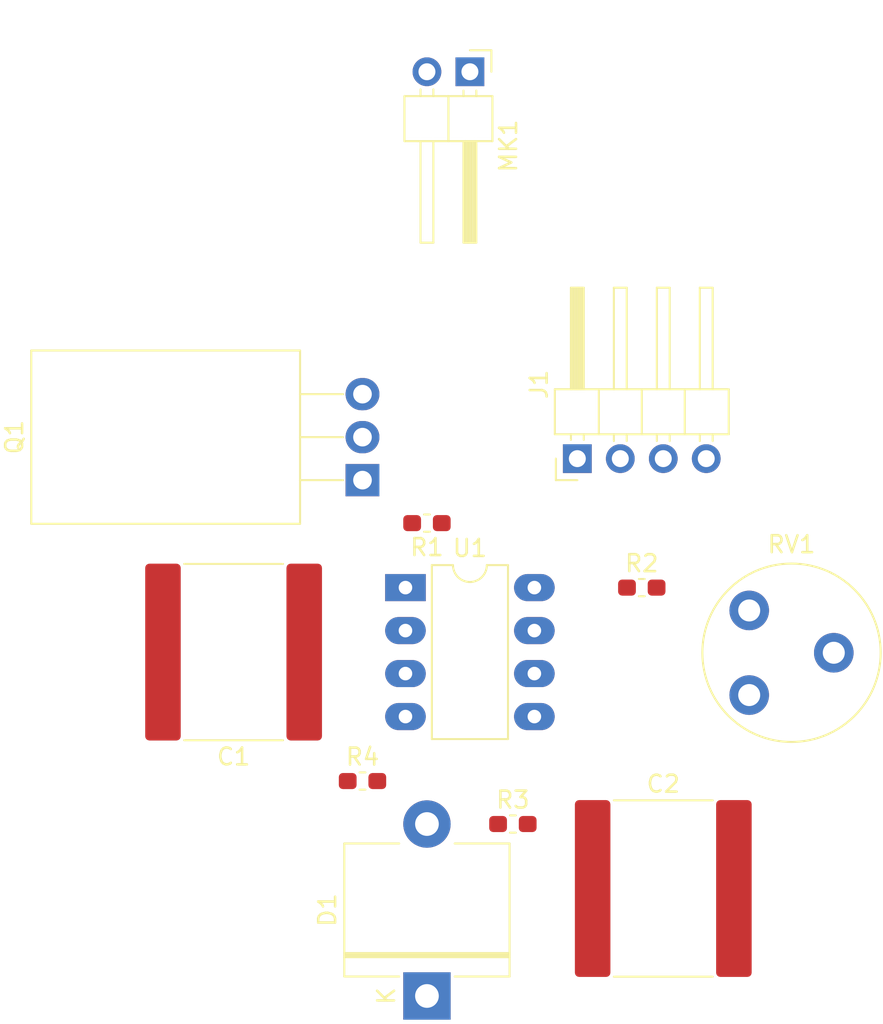
<source format=kicad_pcb>
(kicad_pcb (version 20171130) (host pcbnew 5.1.6)

  (general
    (thickness 1.6)
    (drawings 0)
    (tracks 0)
    (zones 0)
    (modules 12)
    (nets 14)
  )

  (page A4)
  (layers
    (0 F.Cu signal)
    (31 B.Cu signal)
    (32 B.Adhes user)
    (33 F.Adhes user)
    (34 B.Paste user)
    (35 F.Paste user)
    (36 B.SilkS user)
    (37 F.SilkS user)
    (38 B.Mask user)
    (39 F.Mask user)
    (40 Dwgs.User user)
    (41 Cmts.User user)
    (42 Eco1.User user)
    (43 Eco2.User user)
    (44 Edge.Cuts user)
    (45 Margin user)
    (46 B.CrtYd user)
    (47 F.CrtYd user)
    (48 B.Fab user)
    (49 F.Fab user)
  )

  (setup
    (last_trace_width 0.25)
    (trace_clearance 0.2)
    (zone_clearance 0.508)
    (zone_45_only no)
    (trace_min 0.2)
    (via_size 0.8)
    (via_drill 0.4)
    (via_min_size 0.4)
    (via_min_drill 0.3)
    (uvia_size 0.3)
    (uvia_drill 0.1)
    (uvias_allowed no)
    (uvia_min_size 0.2)
    (uvia_min_drill 0.1)
    (edge_width 0.05)
    (segment_width 0.2)
    (pcb_text_width 0.3)
    (pcb_text_size 1.5 1.5)
    (mod_edge_width 0.12)
    (mod_text_size 1 1)
    (mod_text_width 0.15)
    (pad_size 1.524 1.524)
    (pad_drill 0.762)
    (pad_to_mask_clearance 0.05)
    (aux_axis_origin 0 0)
    (visible_elements FFFFFF7F)
    (pcbplotparams
      (layerselection 0x010fc_ffffffff)
      (usegerberextensions false)
      (usegerberattributes true)
      (usegerberadvancedattributes true)
      (creategerberjobfile true)
      (excludeedgelayer true)
      (linewidth 0.100000)
      (plotframeref false)
      (viasonmask false)
      (mode 1)
      (useauxorigin false)
      (hpglpennumber 1)
      (hpglpenspeed 20)
      (hpglpendiameter 15.000000)
      (psnegative false)
      (psa4output false)
      (plotreference true)
      (plotvalue true)
      (plotinvisibletext false)
      (padsonsilk false)
      (subtractmaskfromsilk false)
      (outputformat 1)
      (mirror false)
      (drillshape 1)
      (scaleselection 1)
      (outputdirectory ""))
  )

  (net 0 "")
  (net 1 "Net-(C2-Pad2)")
  (net 2 "Net-(J1-Pad1)")
  (net 3 "Net-(C2-Pad1)")
  (net 4 "Net-(C1-Pad2)")
  (net 5 "Net-(C1-Pad1)")
  (net 6 "Net-(D1-Pad2)")
  (net 7 "Net-(J1-Pad2)")
  (net 8 "Net-(R2-Pad2)")
  (net 9 "Net-(R2-Pad1)")
  (net 10 "Net-(RV1-Pad2)")
  (net 11 "Net-(U1-Pad8)")
  (net 12 "Net-(U1-Pad5)")
  (net 13 "Net-(U1-Pad1)")

  (net_class Default "This is the default net class."
    (clearance 0.2)
    (trace_width 0.25)
    (via_dia 0.8)
    (via_drill 0.4)
    (uvia_dia 0.3)
    (uvia_drill 0.1)
    (add_net "Net-(C1-Pad1)")
    (add_net "Net-(C1-Pad2)")
    (add_net "Net-(C2-Pad1)")
    (add_net "Net-(C2-Pad2)")
    (add_net "Net-(D1-Pad2)")
    (add_net "Net-(J1-Pad1)")
    (add_net "Net-(J1-Pad2)")
    (add_net "Net-(R2-Pad1)")
    (add_net "Net-(R2-Pad2)")
    (add_net "Net-(RV1-Pad2)")
    (add_net "Net-(U1-Pad1)")
    (add_net "Net-(U1-Pad5)")
    (add_net "Net-(U1-Pad8)")
  )

  (module Package_DIP:DIP-8_W7.62mm_LongPads (layer F.Cu) (tedit 5A02E8C5) (tstamp 5F76B33A)
    (at 144.78 115.57)
    (descr "8-lead though-hole mounted DIP package, row spacing 7.62 mm (300 mils), LongPads")
    (tags "THT DIP DIL PDIP 2.54mm 7.62mm 300mil LongPads")
    (path /5F764F7D)
    (fp_text reference U1 (at 3.81 -2.33) (layer F.SilkS)
      (effects (font (size 1 1) (thickness 0.15)))
    )
    (fp_text value LM741 (at 3.81 9.95) (layer F.Fab)
      (effects (font (size 1 1) (thickness 0.15)))
    )
    (fp_text user %R (at 3.81 3.81) (layer F.Fab)
      (effects (font (size 1 1) (thickness 0.15)))
    )
    (fp_arc (start 3.81 -1.33) (end 2.81 -1.33) (angle -180) (layer F.SilkS) (width 0.12))
    (fp_line (start 1.635 -1.27) (end 6.985 -1.27) (layer F.Fab) (width 0.1))
    (fp_line (start 6.985 -1.27) (end 6.985 8.89) (layer F.Fab) (width 0.1))
    (fp_line (start 6.985 8.89) (end 0.635 8.89) (layer F.Fab) (width 0.1))
    (fp_line (start 0.635 8.89) (end 0.635 -0.27) (layer F.Fab) (width 0.1))
    (fp_line (start 0.635 -0.27) (end 1.635 -1.27) (layer F.Fab) (width 0.1))
    (fp_line (start 2.81 -1.33) (end 1.56 -1.33) (layer F.SilkS) (width 0.12))
    (fp_line (start 1.56 -1.33) (end 1.56 8.95) (layer F.SilkS) (width 0.12))
    (fp_line (start 1.56 8.95) (end 6.06 8.95) (layer F.SilkS) (width 0.12))
    (fp_line (start 6.06 8.95) (end 6.06 -1.33) (layer F.SilkS) (width 0.12))
    (fp_line (start 6.06 -1.33) (end 4.81 -1.33) (layer F.SilkS) (width 0.12))
    (fp_line (start -1.45 -1.55) (end -1.45 9.15) (layer F.CrtYd) (width 0.05))
    (fp_line (start -1.45 9.15) (end 9.1 9.15) (layer F.CrtYd) (width 0.05))
    (fp_line (start 9.1 9.15) (end 9.1 -1.55) (layer F.CrtYd) (width 0.05))
    (fp_line (start 9.1 -1.55) (end -1.45 -1.55) (layer F.CrtYd) (width 0.05))
    (pad 8 thru_hole oval (at 7.62 0) (size 2.4 1.6) (drill 0.8) (layers *.Cu *.Mask)
      (net 11 "Net-(U1-Pad8)"))
    (pad 4 thru_hole oval (at 0 7.62) (size 2.4 1.6) (drill 0.8) (layers *.Cu *.Mask)
      (net 1 "Net-(C2-Pad2)"))
    (pad 7 thru_hole oval (at 7.62 2.54) (size 2.4 1.6) (drill 0.8) (layers *.Cu *.Mask)
      (net 7 "Net-(J1-Pad2)"))
    (pad 3 thru_hole oval (at 0 5.08) (size 2.4 1.6) (drill 0.8) (layers *.Cu *.Mask)
      (net 5 "Net-(C1-Pad1)"))
    (pad 6 thru_hole oval (at 7.62 5.08) (size 2.4 1.6) (drill 0.8) (layers *.Cu *.Mask)
      (net 9 "Net-(R2-Pad1)"))
    (pad 2 thru_hole oval (at 0 2.54) (size 2.4 1.6) (drill 0.8) (layers *.Cu *.Mask)
      (net 10 "Net-(RV1-Pad2)"))
    (pad 5 thru_hole oval (at 7.62 7.62) (size 2.4 1.6) (drill 0.8) (layers *.Cu *.Mask)
      (net 12 "Net-(U1-Pad5)"))
    (pad 1 thru_hole rect (at 0 0) (size 2.4 1.6) (drill 0.8) (layers *.Cu *.Mask)
      (net 13 "Net-(U1-Pad1)"))
    (model ${KISYS3DMOD}/Package_DIP.3dshapes/DIP-8_W7.62mm.wrl
      (at (xyz 0 0 0))
      (scale (xyz 1 1 1))
      (rotate (xyz 0 0 0))
    )
  )

  (module Potentiometer_THT:Potentiometer_Piher_PT-10-V05_Vertical (layer F.Cu) (tedit 5A3D4994) (tstamp 5F76B31E)
    (at 165.1 121.92)
    (descr "Potentiometer, vertical, Piher PT-10-V05, http://www.piher-nacesa.com/pdf/12-PT10v03.pdf")
    (tags "Potentiometer vertical Piher PT-10-V05")
    (path /5F768180)
    (fp_text reference RV1 (at 2.5 -8.9) (layer F.SilkS)
      (effects (font (size 1 1) (thickness 0.15)))
    )
    (fp_text value R_POT_TRIM (at 2.5 3.9) (layer F.Fab)
      (effects (font (size 1 1) (thickness 0.15)))
    )
    (fp_text user %R (at -1.45 -2.5 90) (layer F.Fab)
      (effects (font (size 1 1) (thickness 0.15)))
    )
    (fp_circle (center 2.5 -2.5) (end 7.65 -2.5) (layer F.Fab) (width 0.1))
    (fp_circle (center 2.5 -2.5) (end 4 -2.5) (layer F.Fab) (width 0.1))
    (fp_circle (center 2.501 -2.5) (end 7.771 -2.5) (layer F.SilkS) (width 0.12))
    (fp_line (start -2.9 -7.9) (end -2.9 2.95) (layer F.CrtYd) (width 0.05))
    (fp_line (start -2.9 2.95) (end 7.9 2.95) (layer F.CrtYd) (width 0.05))
    (fp_line (start 7.9 2.95) (end 7.9 -7.9) (layer F.CrtYd) (width 0.05))
    (fp_line (start 7.9 -7.9) (end -2.9 -7.9) (layer F.CrtYd) (width 0.05))
    (pad 1 thru_hole circle (at 0 0) (size 2.34 2.34) (drill 1.3) (layers *.Cu *.Mask)
      (net 1 "Net-(C2-Pad2)"))
    (pad 2 thru_hole circle (at 5 -2.5) (size 2.34 2.34) (drill 1.3) (layers *.Cu *.Mask)
      (net 10 "Net-(RV1-Pad2)"))
    (pad 3 thru_hole circle (at 0 -5) (size 2.34 2.34) (drill 1.3) (layers *.Cu *.Mask)
      (net 8 "Net-(R2-Pad2)"))
    (model ${KISYS3DMOD}/Potentiometer_THT.3dshapes/Potentiometer_Piher_PT-10-V05_Vertical.wrl
      (at (xyz 0 0 0))
      (scale (xyz 1 1 1))
      (rotate (xyz 0 0 0))
    )
  )

  (module Resistor_SMD:R_0603_1608Metric_Pad1.05x0.95mm_HandSolder (layer F.Cu) (tedit 5B301BBD) (tstamp 5F76B30F)
    (at 142.24 127)
    (descr "Resistor SMD 0603 (1608 Metric), square (rectangular) end terminal, IPC_7351 nominal with elongated pad for handsoldering. (Body size source: http://www.tortai-tech.com/upload/download/2011102023233369053.pdf), generated with kicad-footprint-generator")
    (tags "resistor handsolder")
    (path /5F7775FF)
    (attr smd)
    (fp_text reference R4 (at 0 -1.43) (layer F.SilkS)
      (effects (font (size 1 1) (thickness 0.15)))
    )
    (fp_text value R (at 0 1.43) (layer F.Fab)
      (effects (font (size 1 1) (thickness 0.15)))
    )
    (fp_text user %R (at 0 0) (layer F.Fab)
      (effects (font (size 0.4 0.4) (thickness 0.06)))
    )
    (fp_line (start -0.8 0.4) (end -0.8 -0.4) (layer F.Fab) (width 0.1))
    (fp_line (start -0.8 -0.4) (end 0.8 -0.4) (layer F.Fab) (width 0.1))
    (fp_line (start 0.8 -0.4) (end 0.8 0.4) (layer F.Fab) (width 0.1))
    (fp_line (start 0.8 0.4) (end -0.8 0.4) (layer F.Fab) (width 0.1))
    (fp_line (start -0.171267 -0.51) (end 0.171267 -0.51) (layer F.SilkS) (width 0.12))
    (fp_line (start -0.171267 0.51) (end 0.171267 0.51) (layer F.SilkS) (width 0.12))
    (fp_line (start -1.65 0.73) (end -1.65 -0.73) (layer F.CrtYd) (width 0.05))
    (fp_line (start -1.65 -0.73) (end 1.65 -0.73) (layer F.CrtYd) (width 0.05))
    (fp_line (start 1.65 -0.73) (end 1.65 0.73) (layer F.CrtYd) (width 0.05))
    (fp_line (start 1.65 0.73) (end -1.65 0.73) (layer F.CrtYd) (width 0.05))
    (pad 2 smd roundrect (at 0.875 0) (size 1.05 0.95) (layers F.Cu F.Paste F.Mask) (roundrect_rratio 0.25)
      (net 1 "Net-(C2-Pad2)"))
    (pad 1 smd roundrect (at -0.875 0) (size 1.05 0.95) (layers F.Cu F.Paste F.Mask) (roundrect_rratio 0.25)
      (net 3 "Net-(C2-Pad1)"))
    (model ${KISYS3DMOD}/Resistor_SMD.3dshapes/R_0603_1608Metric.wrl
      (at (xyz 0 0 0))
      (scale (xyz 1 1 1))
      (rotate (xyz 0 0 0))
    )
  )

  (module Resistor_SMD:R_0603_1608Metric_Pad1.05x0.95mm_HandSolder (layer F.Cu) (tedit 5B301BBD) (tstamp 5F76B2FE)
    (at 151.13 129.54)
    (descr "Resistor SMD 0603 (1608 Metric), square (rectangular) end terminal, IPC_7351 nominal with elongated pad for handsoldering. (Body size source: http://www.tortai-tech.com/upload/download/2011102023233369053.pdf), generated with kicad-footprint-generator")
    (tags "resistor handsolder")
    (path /5F76A741)
    (attr smd)
    (fp_text reference R3 (at 0 -1.43) (layer F.SilkS)
      (effects (font (size 1 1) (thickness 0.15)))
    )
    (fp_text value R (at 0 1.43) (layer F.Fab)
      (effects (font (size 1 1) (thickness 0.15)))
    )
    (fp_text user %R (at 0 0) (layer F.Fab)
      (effects (font (size 0.4 0.4) (thickness 0.06)))
    )
    (fp_line (start -0.8 0.4) (end -0.8 -0.4) (layer F.Fab) (width 0.1))
    (fp_line (start -0.8 -0.4) (end 0.8 -0.4) (layer F.Fab) (width 0.1))
    (fp_line (start 0.8 -0.4) (end 0.8 0.4) (layer F.Fab) (width 0.1))
    (fp_line (start 0.8 0.4) (end -0.8 0.4) (layer F.Fab) (width 0.1))
    (fp_line (start -0.171267 -0.51) (end 0.171267 -0.51) (layer F.SilkS) (width 0.12))
    (fp_line (start -0.171267 0.51) (end 0.171267 0.51) (layer F.SilkS) (width 0.12))
    (fp_line (start -1.65 0.73) (end -1.65 -0.73) (layer F.CrtYd) (width 0.05))
    (fp_line (start -1.65 -0.73) (end 1.65 -0.73) (layer F.CrtYd) (width 0.05))
    (fp_line (start 1.65 -0.73) (end 1.65 0.73) (layer F.CrtYd) (width 0.05))
    (fp_line (start 1.65 0.73) (end -1.65 0.73) (layer F.CrtYd) (width 0.05))
    (pad 2 smd roundrect (at 0.875 0) (size 1.05 0.95) (layers F.Cu F.Paste F.Mask) (roundrect_rratio 0.25)
      (net 9 "Net-(R2-Pad1)"))
    (pad 1 smd roundrect (at -0.875 0) (size 1.05 0.95) (layers F.Cu F.Paste F.Mask) (roundrect_rratio 0.25)
      (net 6 "Net-(D1-Pad2)"))
    (model ${KISYS3DMOD}/Resistor_SMD.3dshapes/R_0603_1608Metric.wrl
      (at (xyz 0 0 0))
      (scale (xyz 1 1 1))
      (rotate (xyz 0 0 0))
    )
  )

  (module Resistor_SMD:R_0603_1608Metric_Pad1.05x0.95mm_HandSolder (layer F.Cu) (tedit 5B301BBD) (tstamp 5F76B2ED)
    (at 158.75 115.57)
    (descr "Resistor SMD 0603 (1608 Metric), square (rectangular) end terminal, IPC_7351 nominal with elongated pad for handsoldering. (Body size source: http://www.tortai-tech.com/upload/download/2011102023233369053.pdf), generated with kicad-footprint-generator")
    (tags "resistor handsolder")
    (path /5F769056)
    (attr smd)
    (fp_text reference R2 (at 0 -1.43) (layer F.SilkS)
      (effects (font (size 1 1) (thickness 0.15)))
    )
    (fp_text value R (at 0 1.43) (layer F.Fab)
      (effects (font (size 1 1) (thickness 0.15)))
    )
    (fp_text user %R (at 0 0) (layer F.Fab)
      (effects (font (size 0.4 0.4) (thickness 0.06)))
    )
    (fp_line (start -0.8 0.4) (end -0.8 -0.4) (layer F.Fab) (width 0.1))
    (fp_line (start -0.8 -0.4) (end 0.8 -0.4) (layer F.Fab) (width 0.1))
    (fp_line (start 0.8 -0.4) (end 0.8 0.4) (layer F.Fab) (width 0.1))
    (fp_line (start 0.8 0.4) (end -0.8 0.4) (layer F.Fab) (width 0.1))
    (fp_line (start -0.171267 -0.51) (end 0.171267 -0.51) (layer F.SilkS) (width 0.12))
    (fp_line (start -0.171267 0.51) (end 0.171267 0.51) (layer F.SilkS) (width 0.12))
    (fp_line (start -1.65 0.73) (end -1.65 -0.73) (layer F.CrtYd) (width 0.05))
    (fp_line (start -1.65 -0.73) (end 1.65 -0.73) (layer F.CrtYd) (width 0.05))
    (fp_line (start 1.65 -0.73) (end 1.65 0.73) (layer F.CrtYd) (width 0.05))
    (fp_line (start 1.65 0.73) (end -1.65 0.73) (layer F.CrtYd) (width 0.05))
    (pad 2 smd roundrect (at 0.875 0) (size 1.05 0.95) (layers F.Cu F.Paste F.Mask) (roundrect_rratio 0.25)
      (net 8 "Net-(R2-Pad2)"))
    (pad 1 smd roundrect (at -0.875 0) (size 1.05 0.95) (layers F.Cu F.Paste F.Mask) (roundrect_rratio 0.25)
      (net 9 "Net-(R2-Pad1)"))
    (model ${KISYS3DMOD}/Resistor_SMD.3dshapes/R_0603_1608Metric.wrl
      (at (xyz 0 0 0))
      (scale (xyz 1 1 1))
      (rotate (xyz 0 0 0))
    )
  )

  (module Resistor_SMD:R_0603_1608Metric_Pad1.05x0.95mm_HandSolder (layer F.Cu) (tedit 5B301BBD) (tstamp 5F76B2DC)
    (at 146.05 111.76 180)
    (descr "Resistor SMD 0603 (1608 Metric), square (rectangular) end terminal, IPC_7351 nominal with elongated pad for handsoldering. (Body size source: http://www.tortai-tech.com/upload/download/2011102023233369053.pdf), generated with kicad-footprint-generator")
    (tags "resistor handsolder")
    (path /5F76EA09)
    (attr smd)
    (fp_text reference R1 (at 0 -1.43) (layer F.SilkS)
      (effects (font (size 1 1) (thickness 0.15)))
    )
    (fp_text value R (at 0 1.43) (layer F.Fab)
      (effects (font (size 1 1) (thickness 0.15)))
    )
    (fp_text user %R (at 0 0) (layer F.Fab)
      (effects (font (size 0.4 0.4) (thickness 0.06)))
    )
    (fp_line (start -0.8 0.4) (end -0.8 -0.4) (layer F.Fab) (width 0.1))
    (fp_line (start -0.8 -0.4) (end 0.8 -0.4) (layer F.Fab) (width 0.1))
    (fp_line (start 0.8 -0.4) (end 0.8 0.4) (layer F.Fab) (width 0.1))
    (fp_line (start 0.8 0.4) (end -0.8 0.4) (layer F.Fab) (width 0.1))
    (fp_line (start -0.171267 -0.51) (end 0.171267 -0.51) (layer F.SilkS) (width 0.12))
    (fp_line (start -0.171267 0.51) (end 0.171267 0.51) (layer F.SilkS) (width 0.12))
    (fp_line (start -1.65 0.73) (end -1.65 -0.73) (layer F.CrtYd) (width 0.05))
    (fp_line (start -1.65 -0.73) (end 1.65 -0.73) (layer F.CrtYd) (width 0.05))
    (fp_line (start 1.65 -0.73) (end 1.65 0.73) (layer F.CrtYd) (width 0.05))
    (fp_line (start 1.65 0.73) (end -1.65 0.73) (layer F.CrtYd) (width 0.05))
    (pad 2 smd roundrect (at 0.875 0 180) (size 1.05 0.95) (layers F.Cu F.Paste F.Mask) (roundrect_rratio 0.25)
      (net 4 "Net-(C1-Pad2)"))
    (pad 1 smd roundrect (at -0.875 0 180) (size 1.05 0.95) (layers F.Cu F.Paste F.Mask) (roundrect_rratio 0.25)
      (net 7 "Net-(J1-Pad2)"))
    (model ${KISYS3DMOD}/Resistor_SMD.3dshapes/R_0603_1608Metric.wrl
      (at (xyz 0 0 0))
      (scale (xyz 1 1 1))
      (rotate (xyz 0 0 0))
    )
  )

  (module Package_TO_SOT_THT:TO-220-3_Horizontal_TabDown (layer F.Cu) (tedit 5AC8BA0D) (tstamp 5F76AF62)
    (at 142.24 109.22 90)
    (descr "TO-220-3, Horizontal, RM 2.54mm, see https://www.vishay.com/docs/66542/to-220-1.pdf")
    (tags "TO-220-3 Horizontal RM 2.54mm")
    (path /5F7782A9)
    (fp_text reference Q1 (at 2.54 -20.58 90) (layer F.SilkS)
      (effects (font (size 1 1) (thickness 0.15)))
    )
    (fp_text value IRLZ44N (at 2.54 2 90) (layer F.Fab)
      (effects (font (size 1 1) (thickness 0.15)))
    )
    (fp_text user %R (at 2.54 -20.58 90) (layer F.Fab)
      (effects (font (size 1 1) (thickness 0.15)))
    )
    (fp_circle (center 2.54 -16.66) (end 4.39 -16.66) (layer F.Fab) (width 0.1))
    (fp_line (start -2.46 -13.06) (end -2.46 -19.46) (layer F.Fab) (width 0.1))
    (fp_line (start -2.46 -19.46) (end 7.54 -19.46) (layer F.Fab) (width 0.1))
    (fp_line (start 7.54 -19.46) (end 7.54 -13.06) (layer F.Fab) (width 0.1))
    (fp_line (start 7.54 -13.06) (end -2.46 -13.06) (layer F.Fab) (width 0.1))
    (fp_line (start -2.46 -3.81) (end -2.46 -13.06) (layer F.Fab) (width 0.1))
    (fp_line (start -2.46 -13.06) (end 7.54 -13.06) (layer F.Fab) (width 0.1))
    (fp_line (start 7.54 -13.06) (end 7.54 -3.81) (layer F.Fab) (width 0.1))
    (fp_line (start 7.54 -3.81) (end -2.46 -3.81) (layer F.Fab) (width 0.1))
    (fp_line (start 0 -3.81) (end 0 0) (layer F.Fab) (width 0.1))
    (fp_line (start 2.54 -3.81) (end 2.54 0) (layer F.Fab) (width 0.1))
    (fp_line (start 5.08 -3.81) (end 5.08 0) (layer F.Fab) (width 0.1))
    (fp_line (start -2.58 -3.69) (end 7.66 -3.69) (layer F.SilkS) (width 0.12))
    (fp_line (start -2.58 -19.58) (end 7.66 -19.58) (layer F.SilkS) (width 0.12))
    (fp_line (start -2.58 -19.58) (end -2.58 -3.69) (layer F.SilkS) (width 0.12))
    (fp_line (start 7.66 -19.58) (end 7.66 -3.69) (layer F.SilkS) (width 0.12))
    (fp_line (start 0 -3.69) (end 0 -1.15) (layer F.SilkS) (width 0.12))
    (fp_line (start 2.54 -3.69) (end 2.54 -1.15) (layer F.SilkS) (width 0.12))
    (fp_line (start 5.08 -3.69) (end 5.08 -1.15) (layer F.SilkS) (width 0.12))
    (fp_line (start -2.71 -19.71) (end -2.71 1.25) (layer F.CrtYd) (width 0.05))
    (fp_line (start -2.71 1.25) (end 7.79 1.25) (layer F.CrtYd) (width 0.05))
    (fp_line (start 7.79 1.25) (end 7.79 -19.71) (layer F.CrtYd) (width 0.05))
    (fp_line (start 7.79 -19.71) (end -2.71 -19.71) (layer F.CrtYd) (width 0.05))
    (pad 3 thru_hole oval (at 5.08 0 90) (size 1.905 2) (drill 1.1) (layers *.Cu *.Mask)
      (net 1 "Net-(C2-Pad2)"))
    (pad 2 thru_hole oval (at 2.54 0 90) (size 1.905 2) (drill 1.1) (layers *.Cu *.Mask)
      (net 2 "Net-(J1-Pad1)"))
    (pad 1 thru_hole rect (at 0 0 90) (size 1.905 2) (drill 1.1) (layers *.Cu *.Mask)
      (net 3 "Net-(C2-Pad1)"))
    (pad "" np_thru_hole oval (at 2.54 -16.66 90) (size 3.5 3.5) (drill 3.5) (layers *.Cu *.Mask))
    (model ${KISYS3DMOD}/Package_TO_SOT_THT.3dshapes/TO-220-3_Horizontal_TabDown.wrl
      (at (xyz 0 0 0))
      (scale (xyz 1 1 1))
      (rotate (xyz 0 0 0))
    )
  )

  (module Connector_PinHeader_2.54mm:PinHeader_1x02_P2.54mm_Horizontal (layer F.Cu) (tedit 59FED5CB) (tstamp 5F76B2AC)
    (at 148.59 85.09 270)
    (descr "Through hole angled pin header, 1x02, 2.54mm pitch, 6mm pin length, single row")
    (tags "Through hole angled pin header THT 1x02 2.54mm single row")
    (path /5F766AD4)
    (fp_text reference MK1 (at 4.385 -2.27 90) (layer F.SilkS)
      (effects (font (size 1 1) (thickness 0.15)))
    )
    (fp_text value Microphone_Condenser (at 4.385 4.81 90) (layer F.Fab)
      (effects (font (size 1 1) (thickness 0.15)))
    )
    (fp_text user %R (at 2.77 1.27) (layer F.Fab)
      (effects (font (size 1 1) (thickness 0.15)))
    )
    (fp_line (start 2.135 -1.27) (end 4.04 -1.27) (layer F.Fab) (width 0.1))
    (fp_line (start 4.04 -1.27) (end 4.04 3.81) (layer F.Fab) (width 0.1))
    (fp_line (start 4.04 3.81) (end 1.5 3.81) (layer F.Fab) (width 0.1))
    (fp_line (start 1.5 3.81) (end 1.5 -0.635) (layer F.Fab) (width 0.1))
    (fp_line (start 1.5 -0.635) (end 2.135 -1.27) (layer F.Fab) (width 0.1))
    (fp_line (start -0.32 -0.32) (end 1.5 -0.32) (layer F.Fab) (width 0.1))
    (fp_line (start -0.32 -0.32) (end -0.32 0.32) (layer F.Fab) (width 0.1))
    (fp_line (start -0.32 0.32) (end 1.5 0.32) (layer F.Fab) (width 0.1))
    (fp_line (start 4.04 -0.32) (end 10.04 -0.32) (layer F.Fab) (width 0.1))
    (fp_line (start 10.04 -0.32) (end 10.04 0.32) (layer F.Fab) (width 0.1))
    (fp_line (start 4.04 0.32) (end 10.04 0.32) (layer F.Fab) (width 0.1))
    (fp_line (start -0.32 2.22) (end 1.5 2.22) (layer F.Fab) (width 0.1))
    (fp_line (start -0.32 2.22) (end -0.32 2.86) (layer F.Fab) (width 0.1))
    (fp_line (start -0.32 2.86) (end 1.5 2.86) (layer F.Fab) (width 0.1))
    (fp_line (start 4.04 2.22) (end 10.04 2.22) (layer F.Fab) (width 0.1))
    (fp_line (start 10.04 2.22) (end 10.04 2.86) (layer F.Fab) (width 0.1))
    (fp_line (start 4.04 2.86) (end 10.04 2.86) (layer F.Fab) (width 0.1))
    (fp_line (start 1.44 -1.33) (end 1.44 3.87) (layer F.SilkS) (width 0.12))
    (fp_line (start 1.44 3.87) (end 4.1 3.87) (layer F.SilkS) (width 0.12))
    (fp_line (start 4.1 3.87) (end 4.1 -1.33) (layer F.SilkS) (width 0.12))
    (fp_line (start 4.1 -1.33) (end 1.44 -1.33) (layer F.SilkS) (width 0.12))
    (fp_line (start 4.1 -0.38) (end 10.1 -0.38) (layer F.SilkS) (width 0.12))
    (fp_line (start 10.1 -0.38) (end 10.1 0.38) (layer F.SilkS) (width 0.12))
    (fp_line (start 10.1 0.38) (end 4.1 0.38) (layer F.SilkS) (width 0.12))
    (fp_line (start 4.1 -0.32) (end 10.1 -0.32) (layer F.SilkS) (width 0.12))
    (fp_line (start 4.1 -0.2) (end 10.1 -0.2) (layer F.SilkS) (width 0.12))
    (fp_line (start 4.1 -0.08) (end 10.1 -0.08) (layer F.SilkS) (width 0.12))
    (fp_line (start 4.1 0.04) (end 10.1 0.04) (layer F.SilkS) (width 0.12))
    (fp_line (start 4.1 0.16) (end 10.1 0.16) (layer F.SilkS) (width 0.12))
    (fp_line (start 4.1 0.28) (end 10.1 0.28) (layer F.SilkS) (width 0.12))
    (fp_line (start 1.11 -0.38) (end 1.44 -0.38) (layer F.SilkS) (width 0.12))
    (fp_line (start 1.11 0.38) (end 1.44 0.38) (layer F.SilkS) (width 0.12))
    (fp_line (start 1.44 1.27) (end 4.1 1.27) (layer F.SilkS) (width 0.12))
    (fp_line (start 4.1 2.16) (end 10.1 2.16) (layer F.SilkS) (width 0.12))
    (fp_line (start 10.1 2.16) (end 10.1 2.92) (layer F.SilkS) (width 0.12))
    (fp_line (start 10.1 2.92) (end 4.1 2.92) (layer F.SilkS) (width 0.12))
    (fp_line (start 1.042929 2.16) (end 1.44 2.16) (layer F.SilkS) (width 0.12))
    (fp_line (start 1.042929 2.92) (end 1.44 2.92) (layer F.SilkS) (width 0.12))
    (fp_line (start -1.27 0) (end -1.27 -1.27) (layer F.SilkS) (width 0.12))
    (fp_line (start -1.27 -1.27) (end 0 -1.27) (layer F.SilkS) (width 0.12))
    (fp_line (start -1.8 -1.8) (end -1.8 4.35) (layer F.CrtYd) (width 0.05))
    (fp_line (start -1.8 4.35) (end 10.55 4.35) (layer F.CrtYd) (width 0.05))
    (fp_line (start 10.55 4.35) (end 10.55 -1.8) (layer F.CrtYd) (width 0.05))
    (fp_line (start 10.55 -1.8) (end -1.8 -1.8) (layer F.CrtYd) (width 0.05))
    (pad 2 thru_hole oval (at 0 2.54 270) (size 1.7 1.7) (drill 1) (layers *.Cu *.Mask)
      (net 4 "Net-(C1-Pad2)"))
    (pad 1 thru_hole rect (at 0 0 270) (size 1.7 1.7) (drill 1) (layers *.Cu *.Mask)
      (net 1 "Net-(C2-Pad2)"))
    (model ${KISYS3DMOD}/Connector_PinHeader_2.54mm.3dshapes/PinHeader_1x02_P2.54mm_Horizontal.wrl
      (at (xyz 0 0 0))
      (scale (xyz 1 1 1))
      (rotate (xyz 0 0 0))
    )
  )

  (module Connector_PinHeader_2.54mm:PinHeader_1x04_P2.54mm_Horizontal (layer F.Cu) (tedit 59FED5CB) (tstamp 5F76B279)
    (at 154.94 107.95 90)
    (descr "Through hole angled pin header, 1x04, 2.54mm pitch, 6mm pin length, single row")
    (tags "Through hole angled pin header THT 1x04 2.54mm single row")
    (path /5F779848)
    (fp_text reference J1 (at 4.385 -2.27 90) (layer F.SilkS)
      (effects (font (size 1 1) (thickness 0.15)))
    )
    (fp_text value Conn_01x04_Male (at 4.385 9.89 90) (layer F.Fab)
      (effects (font (size 1 1) (thickness 0.15)))
    )
    (fp_text user %R (at 2.77 3.81) (layer F.Fab)
      (effects (font (size 1 1) (thickness 0.15)))
    )
    (fp_line (start 2.135 -1.27) (end 4.04 -1.27) (layer F.Fab) (width 0.1))
    (fp_line (start 4.04 -1.27) (end 4.04 8.89) (layer F.Fab) (width 0.1))
    (fp_line (start 4.04 8.89) (end 1.5 8.89) (layer F.Fab) (width 0.1))
    (fp_line (start 1.5 8.89) (end 1.5 -0.635) (layer F.Fab) (width 0.1))
    (fp_line (start 1.5 -0.635) (end 2.135 -1.27) (layer F.Fab) (width 0.1))
    (fp_line (start -0.32 -0.32) (end 1.5 -0.32) (layer F.Fab) (width 0.1))
    (fp_line (start -0.32 -0.32) (end -0.32 0.32) (layer F.Fab) (width 0.1))
    (fp_line (start -0.32 0.32) (end 1.5 0.32) (layer F.Fab) (width 0.1))
    (fp_line (start 4.04 -0.32) (end 10.04 -0.32) (layer F.Fab) (width 0.1))
    (fp_line (start 10.04 -0.32) (end 10.04 0.32) (layer F.Fab) (width 0.1))
    (fp_line (start 4.04 0.32) (end 10.04 0.32) (layer F.Fab) (width 0.1))
    (fp_line (start -0.32 2.22) (end 1.5 2.22) (layer F.Fab) (width 0.1))
    (fp_line (start -0.32 2.22) (end -0.32 2.86) (layer F.Fab) (width 0.1))
    (fp_line (start -0.32 2.86) (end 1.5 2.86) (layer F.Fab) (width 0.1))
    (fp_line (start 4.04 2.22) (end 10.04 2.22) (layer F.Fab) (width 0.1))
    (fp_line (start 10.04 2.22) (end 10.04 2.86) (layer F.Fab) (width 0.1))
    (fp_line (start 4.04 2.86) (end 10.04 2.86) (layer F.Fab) (width 0.1))
    (fp_line (start -0.32 4.76) (end 1.5 4.76) (layer F.Fab) (width 0.1))
    (fp_line (start -0.32 4.76) (end -0.32 5.4) (layer F.Fab) (width 0.1))
    (fp_line (start -0.32 5.4) (end 1.5 5.4) (layer F.Fab) (width 0.1))
    (fp_line (start 4.04 4.76) (end 10.04 4.76) (layer F.Fab) (width 0.1))
    (fp_line (start 10.04 4.76) (end 10.04 5.4) (layer F.Fab) (width 0.1))
    (fp_line (start 4.04 5.4) (end 10.04 5.4) (layer F.Fab) (width 0.1))
    (fp_line (start -0.32 7.3) (end 1.5 7.3) (layer F.Fab) (width 0.1))
    (fp_line (start -0.32 7.3) (end -0.32 7.94) (layer F.Fab) (width 0.1))
    (fp_line (start -0.32 7.94) (end 1.5 7.94) (layer F.Fab) (width 0.1))
    (fp_line (start 4.04 7.3) (end 10.04 7.3) (layer F.Fab) (width 0.1))
    (fp_line (start 10.04 7.3) (end 10.04 7.94) (layer F.Fab) (width 0.1))
    (fp_line (start 4.04 7.94) (end 10.04 7.94) (layer F.Fab) (width 0.1))
    (fp_line (start 1.44 -1.33) (end 1.44 8.95) (layer F.SilkS) (width 0.12))
    (fp_line (start 1.44 8.95) (end 4.1 8.95) (layer F.SilkS) (width 0.12))
    (fp_line (start 4.1 8.95) (end 4.1 -1.33) (layer F.SilkS) (width 0.12))
    (fp_line (start 4.1 -1.33) (end 1.44 -1.33) (layer F.SilkS) (width 0.12))
    (fp_line (start 4.1 -0.38) (end 10.1 -0.38) (layer F.SilkS) (width 0.12))
    (fp_line (start 10.1 -0.38) (end 10.1 0.38) (layer F.SilkS) (width 0.12))
    (fp_line (start 10.1 0.38) (end 4.1 0.38) (layer F.SilkS) (width 0.12))
    (fp_line (start 4.1 -0.32) (end 10.1 -0.32) (layer F.SilkS) (width 0.12))
    (fp_line (start 4.1 -0.2) (end 10.1 -0.2) (layer F.SilkS) (width 0.12))
    (fp_line (start 4.1 -0.08) (end 10.1 -0.08) (layer F.SilkS) (width 0.12))
    (fp_line (start 4.1 0.04) (end 10.1 0.04) (layer F.SilkS) (width 0.12))
    (fp_line (start 4.1 0.16) (end 10.1 0.16) (layer F.SilkS) (width 0.12))
    (fp_line (start 4.1 0.28) (end 10.1 0.28) (layer F.SilkS) (width 0.12))
    (fp_line (start 1.11 -0.38) (end 1.44 -0.38) (layer F.SilkS) (width 0.12))
    (fp_line (start 1.11 0.38) (end 1.44 0.38) (layer F.SilkS) (width 0.12))
    (fp_line (start 1.44 1.27) (end 4.1 1.27) (layer F.SilkS) (width 0.12))
    (fp_line (start 4.1 2.16) (end 10.1 2.16) (layer F.SilkS) (width 0.12))
    (fp_line (start 10.1 2.16) (end 10.1 2.92) (layer F.SilkS) (width 0.12))
    (fp_line (start 10.1 2.92) (end 4.1 2.92) (layer F.SilkS) (width 0.12))
    (fp_line (start 1.042929 2.16) (end 1.44 2.16) (layer F.SilkS) (width 0.12))
    (fp_line (start 1.042929 2.92) (end 1.44 2.92) (layer F.SilkS) (width 0.12))
    (fp_line (start 1.44 3.81) (end 4.1 3.81) (layer F.SilkS) (width 0.12))
    (fp_line (start 4.1 4.7) (end 10.1 4.7) (layer F.SilkS) (width 0.12))
    (fp_line (start 10.1 4.7) (end 10.1 5.46) (layer F.SilkS) (width 0.12))
    (fp_line (start 10.1 5.46) (end 4.1 5.46) (layer F.SilkS) (width 0.12))
    (fp_line (start 1.042929 4.7) (end 1.44 4.7) (layer F.SilkS) (width 0.12))
    (fp_line (start 1.042929 5.46) (end 1.44 5.46) (layer F.SilkS) (width 0.12))
    (fp_line (start 1.44 6.35) (end 4.1 6.35) (layer F.SilkS) (width 0.12))
    (fp_line (start 4.1 7.24) (end 10.1 7.24) (layer F.SilkS) (width 0.12))
    (fp_line (start 10.1 7.24) (end 10.1 8) (layer F.SilkS) (width 0.12))
    (fp_line (start 10.1 8) (end 4.1 8) (layer F.SilkS) (width 0.12))
    (fp_line (start 1.042929 7.24) (end 1.44 7.24) (layer F.SilkS) (width 0.12))
    (fp_line (start 1.042929 8) (end 1.44 8) (layer F.SilkS) (width 0.12))
    (fp_line (start -1.27 0) (end -1.27 -1.27) (layer F.SilkS) (width 0.12))
    (fp_line (start -1.27 -1.27) (end 0 -1.27) (layer F.SilkS) (width 0.12))
    (fp_line (start -1.8 -1.8) (end -1.8 9.4) (layer F.CrtYd) (width 0.05))
    (fp_line (start -1.8 9.4) (end 10.55 9.4) (layer F.CrtYd) (width 0.05))
    (fp_line (start 10.55 9.4) (end 10.55 -1.8) (layer F.CrtYd) (width 0.05))
    (fp_line (start 10.55 -1.8) (end -1.8 -1.8) (layer F.CrtYd) (width 0.05))
    (pad 4 thru_hole oval (at 0 7.62 90) (size 1.7 1.7) (drill 1) (layers *.Cu *.Mask)
      (net 7 "Net-(J1-Pad2)"))
    (pad 3 thru_hole oval (at 0 5.08 90) (size 1.7 1.7) (drill 1) (layers *.Cu *.Mask)
      (net 1 "Net-(C2-Pad2)"))
    (pad 2 thru_hole oval (at 0 2.54 90) (size 1.7 1.7) (drill 1) (layers *.Cu *.Mask)
      (net 7 "Net-(J1-Pad2)"))
    (pad 1 thru_hole rect (at 0 0 90) (size 1.7 1.7) (drill 1) (layers *.Cu *.Mask)
      (net 2 "Net-(J1-Pad1)"))
    (model ${KISYS3DMOD}/Connector_PinHeader_2.54mm.3dshapes/PinHeader_1x04_P2.54mm_Horizontal.wrl
      (at (xyz 0 0 0))
      (scale (xyz 1 1 1))
      (rotate (xyz 0 0 0))
    )
  )

  (module Diode_THT:D_5KP_P10.16mm_Horizontal (layer F.Cu) (tedit 5AE50CD5) (tstamp 5F76B22C)
    (at 146.05 139.7 90)
    (descr "Diode, 5KP series, Axial, Horizontal, pin pitch=10.16mm, , length*diameter=7.62*9.53mm^2, , http://www.diodes.com/_files/packages/8686949.gif")
    (tags "Diode 5KP series Axial Horizontal pin pitch 10.16mm  length 7.62mm diameter 9.53mm")
    (path /5F76BB1C)
    (fp_text reference D1 (at 5.08 -5.885 90) (layer F.SilkS)
      (effects (font (size 1 1) (thickness 0.15)))
    )
    (fp_text value D (at 5.08 5.885 90) (layer F.Fab)
      (effects (font (size 1 1) (thickness 0.15)))
    )
    (fp_text user K (at 0 -2.4 90) (layer F.SilkS)
      (effects (font (size 1 1) (thickness 0.15)))
    )
    (fp_text user K (at 0 -2.4 90) (layer F.Fab)
      (effects (font (size 1 1) (thickness 0.15)))
    )
    (fp_text user %R (at 5.6515 0 90) (layer F.Fab)
      (effects (font (size 1 1) (thickness 0.15)))
    )
    (fp_line (start 1.27 -4.765) (end 1.27 4.765) (layer F.Fab) (width 0.1))
    (fp_line (start 1.27 4.765) (end 8.89 4.765) (layer F.Fab) (width 0.1))
    (fp_line (start 8.89 4.765) (end 8.89 -4.765) (layer F.Fab) (width 0.1))
    (fp_line (start 8.89 -4.765) (end 1.27 -4.765) (layer F.Fab) (width 0.1))
    (fp_line (start 0 0) (end 1.27 0) (layer F.Fab) (width 0.1))
    (fp_line (start 10.16 0) (end 8.89 0) (layer F.Fab) (width 0.1))
    (fp_line (start 2.413 -4.765) (end 2.413 4.765) (layer F.Fab) (width 0.1))
    (fp_line (start 2.513 -4.765) (end 2.513 4.765) (layer F.Fab) (width 0.1))
    (fp_line (start 2.313 -4.765) (end 2.313 4.765) (layer F.Fab) (width 0.1))
    (fp_line (start 1.15 -1.64) (end 1.15 -4.885) (layer F.SilkS) (width 0.12))
    (fp_line (start 1.15 -4.885) (end 9.01 -4.885) (layer F.SilkS) (width 0.12))
    (fp_line (start 9.01 -4.885) (end 9.01 -1.64) (layer F.SilkS) (width 0.12))
    (fp_line (start 1.15 1.64) (end 1.15 4.885) (layer F.SilkS) (width 0.12))
    (fp_line (start 1.15 4.885) (end 9.01 4.885) (layer F.SilkS) (width 0.12))
    (fp_line (start 9.01 4.885) (end 9.01 1.64) (layer F.SilkS) (width 0.12))
    (fp_line (start 2.413 -4.885) (end 2.413 4.885) (layer F.SilkS) (width 0.12))
    (fp_line (start 2.533 -4.885) (end 2.533 4.885) (layer F.SilkS) (width 0.12))
    (fp_line (start 2.293 -4.885) (end 2.293 4.885) (layer F.SilkS) (width 0.12))
    (fp_line (start -1.65 -5.02) (end -1.65 5.02) (layer F.CrtYd) (width 0.05))
    (fp_line (start -1.65 5.02) (end 11.81 5.02) (layer F.CrtYd) (width 0.05))
    (fp_line (start 11.81 5.02) (end 11.81 -5.02) (layer F.CrtYd) (width 0.05))
    (fp_line (start 11.81 -5.02) (end -1.65 -5.02) (layer F.CrtYd) (width 0.05))
    (pad 2 thru_hole oval (at 10.16 0 90) (size 2.8 2.8) (drill 1.4) (layers *.Cu *.Mask)
      (net 6 "Net-(D1-Pad2)"))
    (pad 1 thru_hole rect (at 0 0 90) (size 2.8 2.8) (drill 1.4) (layers *.Cu *.Mask)
      (net 3 "Net-(C2-Pad1)"))
    (model ${KISYS3DMOD}/Diode_THT.3dshapes/D_5KP_P10.16mm_Horizontal.wrl
      (at (xyz 0 0 0))
      (scale (xyz 1 1 1))
      (rotate (xyz 0 0 0))
    )
  )

  (module Capacitor_SMD:C_3640_9110Metric_Pad2.10x10.45mm_HandSolder (layer F.Cu) (tedit 5B301BBE) (tstamp 5F76B20D)
    (at 160.02 133.35)
    (descr "Capacitor SMD 3640 (9110 Metric), square (rectangular) end terminal, IPC_7351 nominal with elongated pad for handsoldering. (Body size from: http://datasheets.avx.com/AVX-HV_MLCC.pdf), generated with kicad-footprint-generator")
    (tags "capacitor handsolder")
    (path /5F7707E2)
    (attr smd)
    (fp_text reference C2 (at 0 -6.18) (layer F.SilkS)
      (effects (font (size 1 1) (thickness 0.15)))
    )
    (fp_text value C (at 0 6.18) (layer F.Fab)
      (effects (font (size 1 1) (thickness 0.15)))
    )
    (fp_text user %R (at 0 0) (layer F.Fab)
      (effects (font (size 1 1) (thickness 0.15)))
    )
    (fp_line (start -4.57 5.1) (end -4.57 -5.1) (layer F.Fab) (width 0.1))
    (fp_line (start -4.57 -5.1) (end 4.57 -5.1) (layer F.Fab) (width 0.1))
    (fp_line (start 4.57 -5.1) (end 4.57 5.1) (layer F.Fab) (width 0.1))
    (fp_line (start 4.57 5.1) (end -4.57 5.1) (layer F.Fab) (width 0.1))
    (fp_line (start -2.922369 -5.21) (end 2.922369 -5.21) (layer F.SilkS) (width 0.12))
    (fp_line (start -2.922369 5.21) (end 2.922369 5.21) (layer F.SilkS) (width 0.12))
    (fp_line (start -5.48 5.48) (end -5.48 -5.48) (layer F.CrtYd) (width 0.05))
    (fp_line (start -5.48 -5.48) (end 5.48 -5.48) (layer F.CrtYd) (width 0.05))
    (fp_line (start 5.48 -5.48) (end 5.48 5.48) (layer F.CrtYd) (width 0.05))
    (fp_line (start 5.48 5.48) (end -5.48 5.48) (layer F.CrtYd) (width 0.05))
    (pad 2 smd roundrect (at 4.175 0) (size 2.1 10.45) (layers F.Cu F.Paste F.Mask) (roundrect_rratio 0.119048)
      (net 1 "Net-(C2-Pad2)"))
    (pad 1 smd roundrect (at -4.175 0) (size 2.1 10.45) (layers F.Cu F.Paste F.Mask) (roundrect_rratio 0.119048)
      (net 3 "Net-(C2-Pad1)"))
    (model ${KISYS3DMOD}/Capacitor_SMD.3dshapes/C_3640_9110Metric.wrl
      (at (xyz 0 0 0))
      (scale (xyz 1 1 1))
      (rotate (xyz 0 0 0))
    )
  )

  (module Capacitor_SMD:C_3640_9110Metric_Pad2.10x10.45mm_HandSolder (layer F.Cu) (tedit 5B301BBE) (tstamp 5F76B1FC)
    (at 134.62 119.38 180)
    (descr "Capacitor SMD 3640 (9110 Metric), square (rectangular) end terminal, IPC_7351 nominal with elongated pad for handsoldering. (Body size from: http://datasheets.avx.com/AVX-HV_MLCC.pdf), generated with kicad-footprint-generator")
    (tags "capacitor handsolder")
    (path /5F76EEDB)
    (attr smd)
    (fp_text reference C1 (at 0 -6.18) (layer F.SilkS)
      (effects (font (size 1 1) (thickness 0.15)))
    )
    (fp_text value C (at 0 6.18) (layer F.Fab)
      (effects (font (size 1 1) (thickness 0.15)))
    )
    (fp_text user %R (at 0 0) (layer F.Fab)
      (effects (font (size 1 1) (thickness 0.15)))
    )
    (fp_line (start -4.57 5.1) (end -4.57 -5.1) (layer F.Fab) (width 0.1))
    (fp_line (start -4.57 -5.1) (end 4.57 -5.1) (layer F.Fab) (width 0.1))
    (fp_line (start 4.57 -5.1) (end 4.57 5.1) (layer F.Fab) (width 0.1))
    (fp_line (start 4.57 5.1) (end -4.57 5.1) (layer F.Fab) (width 0.1))
    (fp_line (start -2.922369 -5.21) (end 2.922369 -5.21) (layer F.SilkS) (width 0.12))
    (fp_line (start -2.922369 5.21) (end 2.922369 5.21) (layer F.SilkS) (width 0.12))
    (fp_line (start -5.48 5.48) (end -5.48 -5.48) (layer F.CrtYd) (width 0.05))
    (fp_line (start -5.48 -5.48) (end 5.48 -5.48) (layer F.CrtYd) (width 0.05))
    (fp_line (start 5.48 -5.48) (end 5.48 5.48) (layer F.CrtYd) (width 0.05))
    (fp_line (start 5.48 5.48) (end -5.48 5.48) (layer F.CrtYd) (width 0.05))
    (pad 2 smd roundrect (at 4.175 0 180) (size 2.1 10.45) (layers F.Cu F.Paste F.Mask) (roundrect_rratio 0.119048)
      (net 4 "Net-(C1-Pad2)"))
    (pad 1 smd roundrect (at -4.175 0 180) (size 2.1 10.45) (layers F.Cu F.Paste F.Mask) (roundrect_rratio 0.119048)
      (net 5 "Net-(C1-Pad1)"))
    (model ${KISYS3DMOD}/Capacitor_SMD.3dshapes/C_3640_9110Metric.wrl
      (at (xyz 0 0 0))
      (scale (xyz 1 1 1))
      (rotate (xyz 0 0 0))
    )
  )

)

</source>
